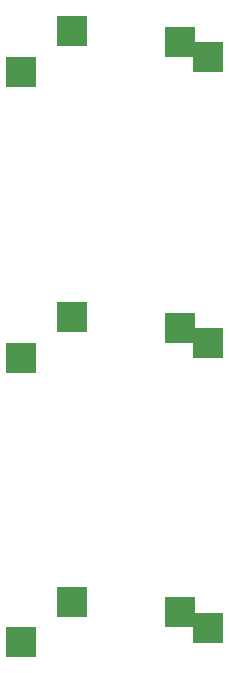
<source format=gbr>
%TF.GenerationSoftware,KiCad,Pcbnew,(6.0.4)*%
%TF.CreationDate,2022-12-14T16:12:08+01:00*%
%TF.ProjectId,column,636f6c75-6d6e-42e6-9b69-6361645f7063,rev?*%
%TF.SameCoordinates,Original*%
%TF.FileFunction,Paste,Bot*%
%TF.FilePolarity,Positive*%
%FSLAX46Y46*%
G04 Gerber Fmt 4.6, Leading zero omitted, Abs format (unit mm)*
G04 Created by KiCad (PCBNEW (6.0.4)) date 2022-12-14 16:12:08*
%MOMM*%
%LPD*%
G01*
G04 APERTURE LIST*
%ADD10R,2.600000X2.600000*%
%ADD11R,2.550000X2.500000*%
G04 APERTURE END LIST*
D10*
%TO.C,SW3*%
X222651000Y-121000000D03*
D11*
X220220412Y-119666692D03*
D10*
X211103411Y-118796692D03*
D11*
X206756000Y-122210000D03*
%TD*%
%TO.C,SW2*%
X220220412Y-95568692D03*
D10*
X222651000Y-96902000D03*
X211103411Y-94698692D03*
D11*
X206756000Y-98112000D03*
%TD*%
%TO.C,SW1*%
X220220412Y-71370692D03*
D10*
X222651000Y-72704000D03*
X211103411Y-70500692D03*
D11*
X206756000Y-73914000D03*
%TD*%
M02*

</source>
